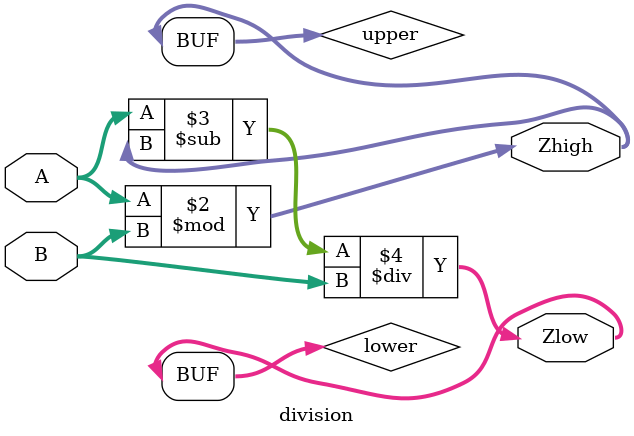
<source format=v>
module division(input signed [31:0] A, B, output reg [31:0] Zlow, Zhigh);
	reg [31:0] upper, lower;
	always @ (*)
	begin
		upper = A % B;
		lower = (A - upper) / B;
		begin
			Zhigh = upper;
			Zlow = lower;
		end
	end
				
endmodule
</source>
